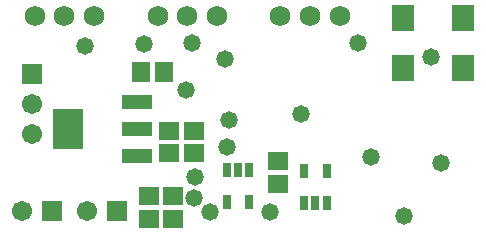
<source format=gts>
G04 Layer_Color=8388736*
%FSLAX24Y24*%
%MOIN*%
G70*
G01*
G75*
%ADD29R,0.0671X0.0592*%
%ADD30R,0.0291X0.0469*%
%ADD31R,0.0780X0.0870*%
%ADD32R,0.0592X0.0671*%
%ADD33R,0.1025X0.0474*%
%ADD34R,0.1025X0.1379*%
%ADD35R,0.0671X0.0671*%
%ADD36C,0.0671*%
%ADD37R,0.0671X0.0671*%
%ADD38C,0.0680*%
%ADD39C,0.0580*%
D29*
X4843Y354D02*
D03*
Y1102D02*
D03*
X5620Y354D02*
D03*
Y1102D02*
D03*
X9114Y2264D02*
D03*
Y1516D02*
D03*
X6339Y2539D02*
D03*
Y3287D02*
D03*
X5502Y2530D02*
D03*
Y3278D02*
D03*
D30*
X7431Y1978D02*
D03*
X7805D02*
D03*
X8179D02*
D03*
X7431Y915D02*
D03*
X8179D02*
D03*
X10748Y886D02*
D03*
X10374D02*
D03*
X10000D02*
D03*
X10748Y1949D02*
D03*
X10000D02*
D03*
D31*
X13305Y7024D02*
D03*
Y5374D02*
D03*
X15305Y7024D02*
D03*
Y5374D02*
D03*
D32*
X5315Y5256D02*
D03*
X4567D02*
D03*
D33*
X4429Y2431D02*
D03*
Y3337D02*
D03*
Y4242D02*
D03*
D34*
X2146Y3337D02*
D03*
D35*
X935Y5167D02*
D03*
D36*
Y4167D02*
D03*
Y3167D02*
D03*
X2770Y591D02*
D03*
X585D02*
D03*
D37*
X3770D02*
D03*
X1585D02*
D03*
D38*
X9213Y7116D02*
D03*
X10197D02*
D03*
X11181D02*
D03*
X5118D02*
D03*
X6102D02*
D03*
X7087D02*
D03*
X1024D02*
D03*
X2008D02*
D03*
X2992D02*
D03*
D39*
X7431Y2746D02*
D03*
X2687Y6122D02*
D03*
X6063Y4636D02*
D03*
X14557Y2215D02*
D03*
X13327Y423D02*
D03*
X7490Y3632D02*
D03*
X7372Y5659D02*
D03*
X12224Y2402D02*
D03*
X6851Y581D02*
D03*
X6329Y1034D02*
D03*
X8859Y581D02*
D03*
X14223Y5738D02*
D03*
X9892Y3829D02*
D03*
X11811Y6201D02*
D03*
X6260Y6191D02*
D03*
X4656Y6181D02*
D03*
X6358Y1742D02*
D03*
M02*

</source>
